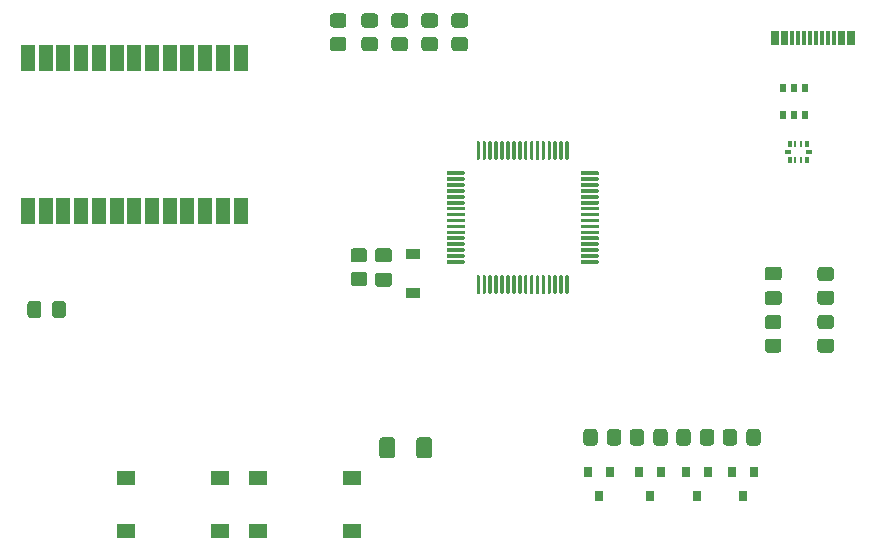
<source format=gbr>
G04 #@! TF.GenerationSoftware,KiCad,Pcbnew,5.1.8*
G04 #@! TF.CreationDate,2020-11-19T15:54:23+08:00*
G04 #@! TF.ProjectId,Main,4d61696e-2e6b-4696-9361-645f70636258,rev?*
G04 #@! TF.SameCoordinates,Original*
G04 #@! TF.FileFunction,Paste,Bot*
G04 #@! TF.FilePolarity,Positive*
%FSLAX46Y46*%
G04 Gerber Fmt 4.6, Leading zero omitted, Abs format (unit mm)*
G04 Created by KiCad (PCBNEW 5.1.8) date 2020-11-19 15:54:23*
%MOMM*%
%LPD*%
G01*
G04 APERTURE LIST*
%ADD10R,1.200000X0.900000*%
%ADD11R,0.630000X0.350000*%
%ADD12R,0.250000X0.575000*%
%ADD13R,0.300000X0.575000*%
%ADD14R,0.510000X0.700000*%
%ADD15R,1.200000X2.200000*%
%ADD16R,1.550000X1.300000*%
%ADD17R,0.800000X0.900000*%
%ADD18R,0.300000X1.150000*%
G04 APERTURE END LIST*
G04 #@! TO.C,U2*
G36*
G01*
X185457000Y-98640500D02*
X185457000Y-97240500D01*
G75*
G02*
X185532000Y-97165500I75000J0D01*
G01*
X185682000Y-97165500D01*
G75*
G02*
X185757000Y-97240500I0J-75000D01*
G01*
X185757000Y-98640500D01*
G75*
G02*
X185682000Y-98715500I-75000J0D01*
G01*
X185532000Y-98715500D01*
G75*
G02*
X185457000Y-98640500I0J75000D01*
G01*
G37*
G36*
G01*
X185957000Y-98640500D02*
X185957000Y-97240500D01*
G75*
G02*
X186032000Y-97165500I75000J0D01*
G01*
X186182000Y-97165500D01*
G75*
G02*
X186257000Y-97240500I0J-75000D01*
G01*
X186257000Y-98640500D01*
G75*
G02*
X186182000Y-98715500I-75000J0D01*
G01*
X186032000Y-98715500D01*
G75*
G02*
X185957000Y-98640500I0J75000D01*
G01*
G37*
G36*
G01*
X186457000Y-98640500D02*
X186457000Y-97240500D01*
G75*
G02*
X186532000Y-97165500I75000J0D01*
G01*
X186682000Y-97165500D01*
G75*
G02*
X186757000Y-97240500I0J-75000D01*
G01*
X186757000Y-98640500D01*
G75*
G02*
X186682000Y-98715500I-75000J0D01*
G01*
X186532000Y-98715500D01*
G75*
G02*
X186457000Y-98640500I0J75000D01*
G01*
G37*
G36*
G01*
X186957000Y-98640500D02*
X186957000Y-97240500D01*
G75*
G02*
X187032000Y-97165500I75000J0D01*
G01*
X187182000Y-97165500D01*
G75*
G02*
X187257000Y-97240500I0J-75000D01*
G01*
X187257000Y-98640500D01*
G75*
G02*
X187182000Y-98715500I-75000J0D01*
G01*
X187032000Y-98715500D01*
G75*
G02*
X186957000Y-98640500I0J75000D01*
G01*
G37*
G36*
G01*
X187457000Y-98640500D02*
X187457000Y-97240500D01*
G75*
G02*
X187532000Y-97165500I75000J0D01*
G01*
X187682000Y-97165500D01*
G75*
G02*
X187757000Y-97240500I0J-75000D01*
G01*
X187757000Y-98640500D01*
G75*
G02*
X187682000Y-98715500I-75000J0D01*
G01*
X187532000Y-98715500D01*
G75*
G02*
X187457000Y-98640500I0J75000D01*
G01*
G37*
G36*
G01*
X187957000Y-98640500D02*
X187957000Y-97240500D01*
G75*
G02*
X188032000Y-97165500I75000J0D01*
G01*
X188182000Y-97165500D01*
G75*
G02*
X188257000Y-97240500I0J-75000D01*
G01*
X188257000Y-98640500D01*
G75*
G02*
X188182000Y-98715500I-75000J0D01*
G01*
X188032000Y-98715500D01*
G75*
G02*
X187957000Y-98640500I0J75000D01*
G01*
G37*
G36*
G01*
X188457000Y-98640500D02*
X188457000Y-97240500D01*
G75*
G02*
X188532000Y-97165500I75000J0D01*
G01*
X188682000Y-97165500D01*
G75*
G02*
X188757000Y-97240500I0J-75000D01*
G01*
X188757000Y-98640500D01*
G75*
G02*
X188682000Y-98715500I-75000J0D01*
G01*
X188532000Y-98715500D01*
G75*
G02*
X188457000Y-98640500I0J75000D01*
G01*
G37*
G36*
G01*
X188957000Y-98640500D02*
X188957000Y-97240500D01*
G75*
G02*
X189032000Y-97165500I75000J0D01*
G01*
X189182000Y-97165500D01*
G75*
G02*
X189257000Y-97240500I0J-75000D01*
G01*
X189257000Y-98640500D01*
G75*
G02*
X189182000Y-98715500I-75000J0D01*
G01*
X189032000Y-98715500D01*
G75*
G02*
X188957000Y-98640500I0J75000D01*
G01*
G37*
G36*
G01*
X189457000Y-98640500D02*
X189457000Y-97240500D01*
G75*
G02*
X189532000Y-97165500I75000J0D01*
G01*
X189682000Y-97165500D01*
G75*
G02*
X189757000Y-97240500I0J-75000D01*
G01*
X189757000Y-98640500D01*
G75*
G02*
X189682000Y-98715500I-75000J0D01*
G01*
X189532000Y-98715500D01*
G75*
G02*
X189457000Y-98640500I0J75000D01*
G01*
G37*
G36*
G01*
X189957000Y-98640500D02*
X189957000Y-97240500D01*
G75*
G02*
X190032000Y-97165500I75000J0D01*
G01*
X190182000Y-97165500D01*
G75*
G02*
X190257000Y-97240500I0J-75000D01*
G01*
X190257000Y-98640500D01*
G75*
G02*
X190182000Y-98715500I-75000J0D01*
G01*
X190032000Y-98715500D01*
G75*
G02*
X189957000Y-98640500I0J75000D01*
G01*
G37*
G36*
G01*
X190457000Y-98640500D02*
X190457000Y-97240500D01*
G75*
G02*
X190532000Y-97165500I75000J0D01*
G01*
X190682000Y-97165500D01*
G75*
G02*
X190757000Y-97240500I0J-75000D01*
G01*
X190757000Y-98640500D01*
G75*
G02*
X190682000Y-98715500I-75000J0D01*
G01*
X190532000Y-98715500D01*
G75*
G02*
X190457000Y-98640500I0J75000D01*
G01*
G37*
G36*
G01*
X190957000Y-98640500D02*
X190957000Y-97240500D01*
G75*
G02*
X191032000Y-97165500I75000J0D01*
G01*
X191182000Y-97165500D01*
G75*
G02*
X191257000Y-97240500I0J-75000D01*
G01*
X191257000Y-98640500D01*
G75*
G02*
X191182000Y-98715500I-75000J0D01*
G01*
X191032000Y-98715500D01*
G75*
G02*
X190957000Y-98640500I0J75000D01*
G01*
G37*
G36*
G01*
X191457000Y-98640500D02*
X191457000Y-97240500D01*
G75*
G02*
X191532000Y-97165500I75000J0D01*
G01*
X191682000Y-97165500D01*
G75*
G02*
X191757000Y-97240500I0J-75000D01*
G01*
X191757000Y-98640500D01*
G75*
G02*
X191682000Y-98715500I-75000J0D01*
G01*
X191532000Y-98715500D01*
G75*
G02*
X191457000Y-98640500I0J75000D01*
G01*
G37*
G36*
G01*
X191957000Y-98640500D02*
X191957000Y-97240500D01*
G75*
G02*
X192032000Y-97165500I75000J0D01*
G01*
X192182000Y-97165500D01*
G75*
G02*
X192257000Y-97240500I0J-75000D01*
G01*
X192257000Y-98640500D01*
G75*
G02*
X192182000Y-98715500I-75000J0D01*
G01*
X192032000Y-98715500D01*
G75*
G02*
X191957000Y-98640500I0J75000D01*
G01*
G37*
G36*
G01*
X192457000Y-98640500D02*
X192457000Y-97240500D01*
G75*
G02*
X192532000Y-97165500I75000J0D01*
G01*
X192682000Y-97165500D01*
G75*
G02*
X192757000Y-97240500I0J-75000D01*
G01*
X192757000Y-98640500D01*
G75*
G02*
X192682000Y-98715500I-75000J0D01*
G01*
X192532000Y-98715500D01*
G75*
G02*
X192457000Y-98640500I0J75000D01*
G01*
G37*
G36*
G01*
X192957000Y-98640500D02*
X192957000Y-97240500D01*
G75*
G02*
X193032000Y-97165500I75000J0D01*
G01*
X193182000Y-97165500D01*
G75*
G02*
X193257000Y-97240500I0J-75000D01*
G01*
X193257000Y-98640500D01*
G75*
G02*
X193182000Y-98715500I-75000J0D01*
G01*
X193032000Y-98715500D01*
G75*
G02*
X192957000Y-98640500I0J75000D01*
G01*
G37*
G36*
G01*
X194257000Y-96090500D02*
X194257000Y-95940500D01*
G75*
G02*
X194332000Y-95865500I75000J0D01*
G01*
X195732000Y-95865500D01*
G75*
G02*
X195807000Y-95940500I0J-75000D01*
G01*
X195807000Y-96090500D01*
G75*
G02*
X195732000Y-96165500I-75000J0D01*
G01*
X194332000Y-96165500D01*
G75*
G02*
X194257000Y-96090500I0J75000D01*
G01*
G37*
G36*
G01*
X194257000Y-95590500D02*
X194257000Y-95440500D01*
G75*
G02*
X194332000Y-95365500I75000J0D01*
G01*
X195732000Y-95365500D01*
G75*
G02*
X195807000Y-95440500I0J-75000D01*
G01*
X195807000Y-95590500D01*
G75*
G02*
X195732000Y-95665500I-75000J0D01*
G01*
X194332000Y-95665500D01*
G75*
G02*
X194257000Y-95590500I0J75000D01*
G01*
G37*
G36*
G01*
X194257000Y-95090500D02*
X194257000Y-94940500D01*
G75*
G02*
X194332000Y-94865500I75000J0D01*
G01*
X195732000Y-94865500D01*
G75*
G02*
X195807000Y-94940500I0J-75000D01*
G01*
X195807000Y-95090500D01*
G75*
G02*
X195732000Y-95165500I-75000J0D01*
G01*
X194332000Y-95165500D01*
G75*
G02*
X194257000Y-95090500I0J75000D01*
G01*
G37*
G36*
G01*
X194257000Y-94590500D02*
X194257000Y-94440500D01*
G75*
G02*
X194332000Y-94365500I75000J0D01*
G01*
X195732000Y-94365500D01*
G75*
G02*
X195807000Y-94440500I0J-75000D01*
G01*
X195807000Y-94590500D01*
G75*
G02*
X195732000Y-94665500I-75000J0D01*
G01*
X194332000Y-94665500D01*
G75*
G02*
X194257000Y-94590500I0J75000D01*
G01*
G37*
G36*
G01*
X194257000Y-94090500D02*
X194257000Y-93940500D01*
G75*
G02*
X194332000Y-93865500I75000J0D01*
G01*
X195732000Y-93865500D01*
G75*
G02*
X195807000Y-93940500I0J-75000D01*
G01*
X195807000Y-94090500D01*
G75*
G02*
X195732000Y-94165500I-75000J0D01*
G01*
X194332000Y-94165500D01*
G75*
G02*
X194257000Y-94090500I0J75000D01*
G01*
G37*
G36*
G01*
X194257000Y-93590500D02*
X194257000Y-93440500D01*
G75*
G02*
X194332000Y-93365500I75000J0D01*
G01*
X195732000Y-93365500D01*
G75*
G02*
X195807000Y-93440500I0J-75000D01*
G01*
X195807000Y-93590500D01*
G75*
G02*
X195732000Y-93665500I-75000J0D01*
G01*
X194332000Y-93665500D01*
G75*
G02*
X194257000Y-93590500I0J75000D01*
G01*
G37*
G36*
G01*
X194257000Y-93090500D02*
X194257000Y-92940500D01*
G75*
G02*
X194332000Y-92865500I75000J0D01*
G01*
X195732000Y-92865500D01*
G75*
G02*
X195807000Y-92940500I0J-75000D01*
G01*
X195807000Y-93090500D01*
G75*
G02*
X195732000Y-93165500I-75000J0D01*
G01*
X194332000Y-93165500D01*
G75*
G02*
X194257000Y-93090500I0J75000D01*
G01*
G37*
G36*
G01*
X194257000Y-92590500D02*
X194257000Y-92440500D01*
G75*
G02*
X194332000Y-92365500I75000J0D01*
G01*
X195732000Y-92365500D01*
G75*
G02*
X195807000Y-92440500I0J-75000D01*
G01*
X195807000Y-92590500D01*
G75*
G02*
X195732000Y-92665500I-75000J0D01*
G01*
X194332000Y-92665500D01*
G75*
G02*
X194257000Y-92590500I0J75000D01*
G01*
G37*
G36*
G01*
X194257000Y-92090500D02*
X194257000Y-91940500D01*
G75*
G02*
X194332000Y-91865500I75000J0D01*
G01*
X195732000Y-91865500D01*
G75*
G02*
X195807000Y-91940500I0J-75000D01*
G01*
X195807000Y-92090500D01*
G75*
G02*
X195732000Y-92165500I-75000J0D01*
G01*
X194332000Y-92165500D01*
G75*
G02*
X194257000Y-92090500I0J75000D01*
G01*
G37*
G36*
G01*
X194257000Y-91590500D02*
X194257000Y-91440500D01*
G75*
G02*
X194332000Y-91365500I75000J0D01*
G01*
X195732000Y-91365500D01*
G75*
G02*
X195807000Y-91440500I0J-75000D01*
G01*
X195807000Y-91590500D01*
G75*
G02*
X195732000Y-91665500I-75000J0D01*
G01*
X194332000Y-91665500D01*
G75*
G02*
X194257000Y-91590500I0J75000D01*
G01*
G37*
G36*
G01*
X194257000Y-91090500D02*
X194257000Y-90940500D01*
G75*
G02*
X194332000Y-90865500I75000J0D01*
G01*
X195732000Y-90865500D01*
G75*
G02*
X195807000Y-90940500I0J-75000D01*
G01*
X195807000Y-91090500D01*
G75*
G02*
X195732000Y-91165500I-75000J0D01*
G01*
X194332000Y-91165500D01*
G75*
G02*
X194257000Y-91090500I0J75000D01*
G01*
G37*
G36*
G01*
X194257000Y-90590500D02*
X194257000Y-90440500D01*
G75*
G02*
X194332000Y-90365500I75000J0D01*
G01*
X195732000Y-90365500D01*
G75*
G02*
X195807000Y-90440500I0J-75000D01*
G01*
X195807000Y-90590500D01*
G75*
G02*
X195732000Y-90665500I-75000J0D01*
G01*
X194332000Y-90665500D01*
G75*
G02*
X194257000Y-90590500I0J75000D01*
G01*
G37*
G36*
G01*
X194257000Y-90090500D02*
X194257000Y-89940500D01*
G75*
G02*
X194332000Y-89865500I75000J0D01*
G01*
X195732000Y-89865500D01*
G75*
G02*
X195807000Y-89940500I0J-75000D01*
G01*
X195807000Y-90090500D01*
G75*
G02*
X195732000Y-90165500I-75000J0D01*
G01*
X194332000Y-90165500D01*
G75*
G02*
X194257000Y-90090500I0J75000D01*
G01*
G37*
G36*
G01*
X194257000Y-89590500D02*
X194257000Y-89440500D01*
G75*
G02*
X194332000Y-89365500I75000J0D01*
G01*
X195732000Y-89365500D01*
G75*
G02*
X195807000Y-89440500I0J-75000D01*
G01*
X195807000Y-89590500D01*
G75*
G02*
X195732000Y-89665500I-75000J0D01*
G01*
X194332000Y-89665500D01*
G75*
G02*
X194257000Y-89590500I0J75000D01*
G01*
G37*
G36*
G01*
X194257000Y-89090500D02*
X194257000Y-88940500D01*
G75*
G02*
X194332000Y-88865500I75000J0D01*
G01*
X195732000Y-88865500D01*
G75*
G02*
X195807000Y-88940500I0J-75000D01*
G01*
X195807000Y-89090500D01*
G75*
G02*
X195732000Y-89165500I-75000J0D01*
G01*
X194332000Y-89165500D01*
G75*
G02*
X194257000Y-89090500I0J75000D01*
G01*
G37*
G36*
G01*
X194257000Y-88590500D02*
X194257000Y-88440500D01*
G75*
G02*
X194332000Y-88365500I75000J0D01*
G01*
X195732000Y-88365500D01*
G75*
G02*
X195807000Y-88440500I0J-75000D01*
G01*
X195807000Y-88590500D01*
G75*
G02*
X195732000Y-88665500I-75000J0D01*
G01*
X194332000Y-88665500D01*
G75*
G02*
X194257000Y-88590500I0J75000D01*
G01*
G37*
G36*
G01*
X192957000Y-87290500D02*
X192957000Y-85890500D01*
G75*
G02*
X193032000Y-85815500I75000J0D01*
G01*
X193182000Y-85815500D01*
G75*
G02*
X193257000Y-85890500I0J-75000D01*
G01*
X193257000Y-87290500D01*
G75*
G02*
X193182000Y-87365500I-75000J0D01*
G01*
X193032000Y-87365500D01*
G75*
G02*
X192957000Y-87290500I0J75000D01*
G01*
G37*
G36*
G01*
X192457000Y-87290500D02*
X192457000Y-85890500D01*
G75*
G02*
X192532000Y-85815500I75000J0D01*
G01*
X192682000Y-85815500D01*
G75*
G02*
X192757000Y-85890500I0J-75000D01*
G01*
X192757000Y-87290500D01*
G75*
G02*
X192682000Y-87365500I-75000J0D01*
G01*
X192532000Y-87365500D01*
G75*
G02*
X192457000Y-87290500I0J75000D01*
G01*
G37*
G36*
G01*
X191957000Y-87290500D02*
X191957000Y-85890500D01*
G75*
G02*
X192032000Y-85815500I75000J0D01*
G01*
X192182000Y-85815500D01*
G75*
G02*
X192257000Y-85890500I0J-75000D01*
G01*
X192257000Y-87290500D01*
G75*
G02*
X192182000Y-87365500I-75000J0D01*
G01*
X192032000Y-87365500D01*
G75*
G02*
X191957000Y-87290500I0J75000D01*
G01*
G37*
G36*
G01*
X191457000Y-87290500D02*
X191457000Y-85890500D01*
G75*
G02*
X191532000Y-85815500I75000J0D01*
G01*
X191682000Y-85815500D01*
G75*
G02*
X191757000Y-85890500I0J-75000D01*
G01*
X191757000Y-87290500D01*
G75*
G02*
X191682000Y-87365500I-75000J0D01*
G01*
X191532000Y-87365500D01*
G75*
G02*
X191457000Y-87290500I0J75000D01*
G01*
G37*
G36*
G01*
X190957000Y-87290500D02*
X190957000Y-85890500D01*
G75*
G02*
X191032000Y-85815500I75000J0D01*
G01*
X191182000Y-85815500D01*
G75*
G02*
X191257000Y-85890500I0J-75000D01*
G01*
X191257000Y-87290500D01*
G75*
G02*
X191182000Y-87365500I-75000J0D01*
G01*
X191032000Y-87365500D01*
G75*
G02*
X190957000Y-87290500I0J75000D01*
G01*
G37*
G36*
G01*
X190457000Y-87290500D02*
X190457000Y-85890500D01*
G75*
G02*
X190532000Y-85815500I75000J0D01*
G01*
X190682000Y-85815500D01*
G75*
G02*
X190757000Y-85890500I0J-75000D01*
G01*
X190757000Y-87290500D01*
G75*
G02*
X190682000Y-87365500I-75000J0D01*
G01*
X190532000Y-87365500D01*
G75*
G02*
X190457000Y-87290500I0J75000D01*
G01*
G37*
G36*
G01*
X189957000Y-87290500D02*
X189957000Y-85890500D01*
G75*
G02*
X190032000Y-85815500I75000J0D01*
G01*
X190182000Y-85815500D01*
G75*
G02*
X190257000Y-85890500I0J-75000D01*
G01*
X190257000Y-87290500D01*
G75*
G02*
X190182000Y-87365500I-75000J0D01*
G01*
X190032000Y-87365500D01*
G75*
G02*
X189957000Y-87290500I0J75000D01*
G01*
G37*
G36*
G01*
X189457000Y-87290500D02*
X189457000Y-85890500D01*
G75*
G02*
X189532000Y-85815500I75000J0D01*
G01*
X189682000Y-85815500D01*
G75*
G02*
X189757000Y-85890500I0J-75000D01*
G01*
X189757000Y-87290500D01*
G75*
G02*
X189682000Y-87365500I-75000J0D01*
G01*
X189532000Y-87365500D01*
G75*
G02*
X189457000Y-87290500I0J75000D01*
G01*
G37*
G36*
G01*
X188957000Y-87290500D02*
X188957000Y-85890500D01*
G75*
G02*
X189032000Y-85815500I75000J0D01*
G01*
X189182000Y-85815500D01*
G75*
G02*
X189257000Y-85890500I0J-75000D01*
G01*
X189257000Y-87290500D01*
G75*
G02*
X189182000Y-87365500I-75000J0D01*
G01*
X189032000Y-87365500D01*
G75*
G02*
X188957000Y-87290500I0J75000D01*
G01*
G37*
G36*
G01*
X188457000Y-87290500D02*
X188457000Y-85890500D01*
G75*
G02*
X188532000Y-85815500I75000J0D01*
G01*
X188682000Y-85815500D01*
G75*
G02*
X188757000Y-85890500I0J-75000D01*
G01*
X188757000Y-87290500D01*
G75*
G02*
X188682000Y-87365500I-75000J0D01*
G01*
X188532000Y-87365500D01*
G75*
G02*
X188457000Y-87290500I0J75000D01*
G01*
G37*
G36*
G01*
X187957000Y-87290500D02*
X187957000Y-85890500D01*
G75*
G02*
X188032000Y-85815500I75000J0D01*
G01*
X188182000Y-85815500D01*
G75*
G02*
X188257000Y-85890500I0J-75000D01*
G01*
X188257000Y-87290500D01*
G75*
G02*
X188182000Y-87365500I-75000J0D01*
G01*
X188032000Y-87365500D01*
G75*
G02*
X187957000Y-87290500I0J75000D01*
G01*
G37*
G36*
G01*
X187457000Y-87290500D02*
X187457000Y-85890500D01*
G75*
G02*
X187532000Y-85815500I75000J0D01*
G01*
X187682000Y-85815500D01*
G75*
G02*
X187757000Y-85890500I0J-75000D01*
G01*
X187757000Y-87290500D01*
G75*
G02*
X187682000Y-87365500I-75000J0D01*
G01*
X187532000Y-87365500D01*
G75*
G02*
X187457000Y-87290500I0J75000D01*
G01*
G37*
G36*
G01*
X186957000Y-87290500D02*
X186957000Y-85890500D01*
G75*
G02*
X187032000Y-85815500I75000J0D01*
G01*
X187182000Y-85815500D01*
G75*
G02*
X187257000Y-85890500I0J-75000D01*
G01*
X187257000Y-87290500D01*
G75*
G02*
X187182000Y-87365500I-75000J0D01*
G01*
X187032000Y-87365500D01*
G75*
G02*
X186957000Y-87290500I0J75000D01*
G01*
G37*
G36*
G01*
X186457000Y-87290500D02*
X186457000Y-85890500D01*
G75*
G02*
X186532000Y-85815500I75000J0D01*
G01*
X186682000Y-85815500D01*
G75*
G02*
X186757000Y-85890500I0J-75000D01*
G01*
X186757000Y-87290500D01*
G75*
G02*
X186682000Y-87365500I-75000J0D01*
G01*
X186532000Y-87365500D01*
G75*
G02*
X186457000Y-87290500I0J75000D01*
G01*
G37*
G36*
G01*
X185957000Y-87290500D02*
X185957000Y-85890500D01*
G75*
G02*
X186032000Y-85815500I75000J0D01*
G01*
X186182000Y-85815500D01*
G75*
G02*
X186257000Y-85890500I0J-75000D01*
G01*
X186257000Y-87290500D01*
G75*
G02*
X186182000Y-87365500I-75000J0D01*
G01*
X186032000Y-87365500D01*
G75*
G02*
X185957000Y-87290500I0J75000D01*
G01*
G37*
G36*
G01*
X185457000Y-87290500D02*
X185457000Y-85890500D01*
G75*
G02*
X185532000Y-85815500I75000J0D01*
G01*
X185682000Y-85815500D01*
G75*
G02*
X185757000Y-85890500I0J-75000D01*
G01*
X185757000Y-87290500D01*
G75*
G02*
X185682000Y-87365500I-75000J0D01*
G01*
X185532000Y-87365500D01*
G75*
G02*
X185457000Y-87290500I0J75000D01*
G01*
G37*
G36*
G01*
X182907000Y-88590500D02*
X182907000Y-88440500D01*
G75*
G02*
X182982000Y-88365500I75000J0D01*
G01*
X184382000Y-88365500D01*
G75*
G02*
X184457000Y-88440500I0J-75000D01*
G01*
X184457000Y-88590500D01*
G75*
G02*
X184382000Y-88665500I-75000J0D01*
G01*
X182982000Y-88665500D01*
G75*
G02*
X182907000Y-88590500I0J75000D01*
G01*
G37*
G36*
G01*
X182907000Y-89090500D02*
X182907000Y-88940500D01*
G75*
G02*
X182982000Y-88865500I75000J0D01*
G01*
X184382000Y-88865500D01*
G75*
G02*
X184457000Y-88940500I0J-75000D01*
G01*
X184457000Y-89090500D01*
G75*
G02*
X184382000Y-89165500I-75000J0D01*
G01*
X182982000Y-89165500D01*
G75*
G02*
X182907000Y-89090500I0J75000D01*
G01*
G37*
G36*
G01*
X182907000Y-89590500D02*
X182907000Y-89440500D01*
G75*
G02*
X182982000Y-89365500I75000J0D01*
G01*
X184382000Y-89365500D01*
G75*
G02*
X184457000Y-89440500I0J-75000D01*
G01*
X184457000Y-89590500D01*
G75*
G02*
X184382000Y-89665500I-75000J0D01*
G01*
X182982000Y-89665500D01*
G75*
G02*
X182907000Y-89590500I0J75000D01*
G01*
G37*
G36*
G01*
X182907000Y-90090500D02*
X182907000Y-89940500D01*
G75*
G02*
X182982000Y-89865500I75000J0D01*
G01*
X184382000Y-89865500D01*
G75*
G02*
X184457000Y-89940500I0J-75000D01*
G01*
X184457000Y-90090500D01*
G75*
G02*
X184382000Y-90165500I-75000J0D01*
G01*
X182982000Y-90165500D01*
G75*
G02*
X182907000Y-90090500I0J75000D01*
G01*
G37*
G36*
G01*
X182907000Y-90590500D02*
X182907000Y-90440500D01*
G75*
G02*
X182982000Y-90365500I75000J0D01*
G01*
X184382000Y-90365500D01*
G75*
G02*
X184457000Y-90440500I0J-75000D01*
G01*
X184457000Y-90590500D01*
G75*
G02*
X184382000Y-90665500I-75000J0D01*
G01*
X182982000Y-90665500D01*
G75*
G02*
X182907000Y-90590500I0J75000D01*
G01*
G37*
G36*
G01*
X182907000Y-91090500D02*
X182907000Y-90940500D01*
G75*
G02*
X182982000Y-90865500I75000J0D01*
G01*
X184382000Y-90865500D01*
G75*
G02*
X184457000Y-90940500I0J-75000D01*
G01*
X184457000Y-91090500D01*
G75*
G02*
X184382000Y-91165500I-75000J0D01*
G01*
X182982000Y-91165500D01*
G75*
G02*
X182907000Y-91090500I0J75000D01*
G01*
G37*
G36*
G01*
X182907000Y-91590500D02*
X182907000Y-91440500D01*
G75*
G02*
X182982000Y-91365500I75000J0D01*
G01*
X184382000Y-91365500D01*
G75*
G02*
X184457000Y-91440500I0J-75000D01*
G01*
X184457000Y-91590500D01*
G75*
G02*
X184382000Y-91665500I-75000J0D01*
G01*
X182982000Y-91665500D01*
G75*
G02*
X182907000Y-91590500I0J75000D01*
G01*
G37*
G36*
G01*
X182907000Y-92090500D02*
X182907000Y-91940500D01*
G75*
G02*
X182982000Y-91865500I75000J0D01*
G01*
X184382000Y-91865500D01*
G75*
G02*
X184457000Y-91940500I0J-75000D01*
G01*
X184457000Y-92090500D01*
G75*
G02*
X184382000Y-92165500I-75000J0D01*
G01*
X182982000Y-92165500D01*
G75*
G02*
X182907000Y-92090500I0J75000D01*
G01*
G37*
G36*
G01*
X182907000Y-92590500D02*
X182907000Y-92440500D01*
G75*
G02*
X182982000Y-92365500I75000J0D01*
G01*
X184382000Y-92365500D01*
G75*
G02*
X184457000Y-92440500I0J-75000D01*
G01*
X184457000Y-92590500D01*
G75*
G02*
X184382000Y-92665500I-75000J0D01*
G01*
X182982000Y-92665500D01*
G75*
G02*
X182907000Y-92590500I0J75000D01*
G01*
G37*
G36*
G01*
X182907000Y-93090500D02*
X182907000Y-92940500D01*
G75*
G02*
X182982000Y-92865500I75000J0D01*
G01*
X184382000Y-92865500D01*
G75*
G02*
X184457000Y-92940500I0J-75000D01*
G01*
X184457000Y-93090500D01*
G75*
G02*
X184382000Y-93165500I-75000J0D01*
G01*
X182982000Y-93165500D01*
G75*
G02*
X182907000Y-93090500I0J75000D01*
G01*
G37*
G36*
G01*
X182907000Y-93590500D02*
X182907000Y-93440500D01*
G75*
G02*
X182982000Y-93365500I75000J0D01*
G01*
X184382000Y-93365500D01*
G75*
G02*
X184457000Y-93440500I0J-75000D01*
G01*
X184457000Y-93590500D01*
G75*
G02*
X184382000Y-93665500I-75000J0D01*
G01*
X182982000Y-93665500D01*
G75*
G02*
X182907000Y-93590500I0J75000D01*
G01*
G37*
G36*
G01*
X182907000Y-94090500D02*
X182907000Y-93940500D01*
G75*
G02*
X182982000Y-93865500I75000J0D01*
G01*
X184382000Y-93865500D01*
G75*
G02*
X184457000Y-93940500I0J-75000D01*
G01*
X184457000Y-94090500D01*
G75*
G02*
X184382000Y-94165500I-75000J0D01*
G01*
X182982000Y-94165500D01*
G75*
G02*
X182907000Y-94090500I0J75000D01*
G01*
G37*
G36*
G01*
X182907000Y-94590500D02*
X182907000Y-94440500D01*
G75*
G02*
X182982000Y-94365500I75000J0D01*
G01*
X184382000Y-94365500D01*
G75*
G02*
X184457000Y-94440500I0J-75000D01*
G01*
X184457000Y-94590500D01*
G75*
G02*
X184382000Y-94665500I-75000J0D01*
G01*
X182982000Y-94665500D01*
G75*
G02*
X182907000Y-94590500I0J75000D01*
G01*
G37*
G36*
G01*
X182907000Y-95090500D02*
X182907000Y-94940500D01*
G75*
G02*
X182982000Y-94865500I75000J0D01*
G01*
X184382000Y-94865500D01*
G75*
G02*
X184457000Y-94940500I0J-75000D01*
G01*
X184457000Y-95090500D01*
G75*
G02*
X184382000Y-95165500I-75000J0D01*
G01*
X182982000Y-95165500D01*
G75*
G02*
X182907000Y-95090500I0J75000D01*
G01*
G37*
G36*
G01*
X182907000Y-95590500D02*
X182907000Y-95440500D01*
G75*
G02*
X182982000Y-95365500I75000J0D01*
G01*
X184382000Y-95365500D01*
G75*
G02*
X184457000Y-95440500I0J-75000D01*
G01*
X184457000Y-95590500D01*
G75*
G02*
X184382000Y-95665500I-75000J0D01*
G01*
X182982000Y-95665500D01*
G75*
G02*
X182907000Y-95590500I0J75000D01*
G01*
G37*
G36*
G01*
X182907000Y-96090500D02*
X182907000Y-95940500D01*
G75*
G02*
X182982000Y-95865500I75000J0D01*
G01*
X184382000Y-95865500D01*
G75*
G02*
X184457000Y-95940500I0J-75000D01*
G01*
X184457000Y-96090500D01*
G75*
G02*
X184382000Y-96165500I-75000J0D01*
G01*
X182982000Y-96165500D01*
G75*
G02*
X182907000Y-96090500I0J75000D01*
G01*
G37*
G04 #@! TD*
G04 #@! TO.C,R39*
G36*
G01*
X196488000Y-111321001D02*
X196488000Y-110420999D01*
G75*
G02*
X196737999Y-110171000I249999J0D01*
G01*
X197438001Y-110171000D01*
G75*
G02*
X197688000Y-110420999I0J-249999D01*
G01*
X197688000Y-111321001D01*
G75*
G02*
X197438001Y-111571000I-249999J0D01*
G01*
X196737999Y-111571000D01*
G75*
G02*
X196488000Y-111321001I0J249999D01*
G01*
G37*
G36*
G01*
X194488000Y-111321001D02*
X194488000Y-110420999D01*
G75*
G02*
X194737999Y-110171000I249999J0D01*
G01*
X195438001Y-110171000D01*
G75*
G02*
X195688000Y-110420999I0J-249999D01*
G01*
X195688000Y-111321001D01*
G75*
G02*
X195438001Y-111571000I-249999J0D01*
G01*
X194737999Y-111571000D01*
G75*
G02*
X194488000Y-111321001I0J249999D01*
G01*
G37*
G04 #@! TD*
G04 #@! TO.C,R38*
G36*
G01*
X200425000Y-111321001D02*
X200425000Y-110420999D01*
G75*
G02*
X200674999Y-110171000I249999J0D01*
G01*
X201375001Y-110171000D01*
G75*
G02*
X201625000Y-110420999I0J-249999D01*
G01*
X201625000Y-111321001D01*
G75*
G02*
X201375001Y-111571000I-249999J0D01*
G01*
X200674999Y-111571000D01*
G75*
G02*
X200425000Y-111321001I0J249999D01*
G01*
G37*
G36*
G01*
X198425000Y-111321001D02*
X198425000Y-110420999D01*
G75*
G02*
X198674999Y-110171000I249999J0D01*
G01*
X199375001Y-110171000D01*
G75*
G02*
X199625000Y-110420999I0J-249999D01*
G01*
X199625000Y-111321001D01*
G75*
G02*
X199375001Y-111571000I-249999J0D01*
G01*
X198674999Y-111571000D01*
G75*
G02*
X198425000Y-111321001I0J249999D01*
G01*
G37*
G04 #@! TD*
G04 #@! TO.C,R37*
G36*
G01*
X204362000Y-111321001D02*
X204362000Y-110420999D01*
G75*
G02*
X204611999Y-110171000I249999J0D01*
G01*
X205312001Y-110171000D01*
G75*
G02*
X205562000Y-110420999I0J-249999D01*
G01*
X205562000Y-111321001D01*
G75*
G02*
X205312001Y-111571000I-249999J0D01*
G01*
X204611999Y-111571000D01*
G75*
G02*
X204362000Y-111321001I0J249999D01*
G01*
G37*
G36*
G01*
X202362000Y-111321001D02*
X202362000Y-110420999D01*
G75*
G02*
X202611999Y-110171000I249999J0D01*
G01*
X203312001Y-110171000D01*
G75*
G02*
X203562000Y-110420999I0J-249999D01*
G01*
X203562000Y-111321001D01*
G75*
G02*
X203312001Y-111571000I-249999J0D01*
G01*
X202611999Y-111571000D01*
G75*
G02*
X202362000Y-111321001I0J249999D01*
G01*
G37*
G04 #@! TD*
G04 #@! TO.C,R36*
G36*
G01*
X208299000Y-111321001D02*
X208299000Y-110420999D01*
G75*
G02*
X208548999Y-110171000I249999J0D01*
G01*
X209249001Y-110171000D01*
G75*
G02*
X209499000Y-110420999I0J-249999D01*
G01*
X209499000Y-111321001D01*
G75*
G02*
X209249001Y-111571000I-249999J0D01*
G01*
X208548999Y-111571000D01*
G75*
G02*
X208299000Y-111321001I0J249999D01*
G01*
G37*
G36*
G01*
X206299000Y-111321001D02*
X206299000Y-110420999D01*
G75*
G02*
X206548999Y-110171000I249999J0D01*
G01*
X207249001Y-110171000D01*
G75*
G02*
X207499000Y-110420999I0J-249999D01*
G01*
X207499000Y-111321001D01*
G75*
G02*
X207249001Y-111571000I-249999J0D01*
G01*
X206548999Y-111571000D01*
G75*
G02*
X206299000Y-111321001I0J249999D01*
G01*
G37*
G04 #@! TD*
G04 #@! TO.C,R28*
G36*
G01*
X210115999Y-102517000D02*
X211016001Y-102517000D01*
G75*
G02*
X211266000Y-102766999I0J-249999D01*
G01*
X211266000Y-103467001D01*
G75*
G02*
X211016001Y-103717000I-249999J0D01*
G01*
X210115999Y-103717000D01*
G75*
G02*
X209866000Y-103467001I0J249999D01*
G01*
X209866000Y-102766999D01*
G75*
G02*
X210115999Y-102517000I249999J0D01*
G01*
G37*
G36*
G01*
X210115999Y-100517000D02*
X211016001Y-100517000D01*
G75*
G02*
X211266000Y-100766999I0J-249999D01*
G01*
X211266000Y-101467001D01*
G75*
G02*
X211016001Y-101717000I-249999J0D01*
G01*
X210115999Y-101717000D01*
G75*
G02*
X209866000Y-101467001I0J249999D01*
G01*
X209866000Y-100766999D01*
G75*
G02*
X210115999Y-100517000I249999J0D01*
G01*
G37*
G04 #@! TD*
G04 #@! TO.C,R26*
G36*
G01*
X215461001Y-101708000D02*
X214560999Y-101708000D01*
G75*
G02*
X214311000Y-101458001I0J249999D01*
G01*
X214311000Y-100757999D01*
G75*
G02*
X214560999Y-100508000I249999J0D01*
G01*
X215461001Y-100508000D01*
G75*
G02*
X215711000Y-100757999I0J-249999D01*
G01*
X215711000Y-101458001D01*
G75*
G02*
X215461001Y-101708000I-249999J0D01*
G01*
G37*
G36*
G01*
X215461001Y-103708000D02*
X214560999Y-103708000D01*
G75*
G02*
X214311000Y-103458001I0J249999D01*
G01*
X214311000Y-102757999D01*
G75*
G02*
X214560999Y-102508000I249999J0D01*
G01*
X215461001Y-102508000D01*
G75*
G02*
X215711000Y-102757999I0J-249999D01*
G01*
X215711000Y-103458001D01*
G75*
G02*
X215461001Y-103708000I-249999J0D01*
G01*
G37*
G04 #@! TD*
G04 #@! TO.C,R25*
G36*
G01*
X215461001Y-97644000D02*
X214560999Y-97644000D01*
G75*
G02*
X214311000Y-97394001I0J249999D01*
G01*
X214311000Y-96693999D01*
G75*
G02*
X214560999Y-96444000I249999J0D01*
G01*
X215461001Y-96444000D01*
G75*
G02*
X215711000Y-96693999I0J-249999D01*
G01*
X215711000Y-97394001D01*
G75*
G02*
X215461001Y-97644000I-249999J0D01*
G01*
G37*
G36*
G01*
X215461001Y-99644000D02*
X214560999Y-99644000D01*
G75*
G02*
X214311000Y-99394001I0J249999D01*
G01*
X214311000Y-98693999D01*
G75*
G02*
X214560999Y-98444000I249999J0D01*
G01*
X215461001Y-98444000D01*
G75*
G02*
X215711000Y-98693999I0J-249999D01*
G01*
X215711000Y-99394001D01*
G75*
G02*
X215461001Y-99644000I-249999J0D01*
G01*
G37*
G04 #@! TD*
G04 #@! TO.C,R9*
G36*
G01*
X175038599Y-96869200D02*
X175938601Y-96869200D01*
G75*
G02*
X176188600Y-97119199I0J-249999D01*
G01*
X176188600Y-97819201D01*
G75*
G02*
X175938601Y-98069200I-249999J0D01*
G01*
X175038599Y-98069200D01*
G75*
G02*
X174788600Y-97819201I0J249999D01*
G01*
X174788600Y-97119199D01*
G75*
G02*
X175038599Y-96869200I249999J0D01*
G01*
G37*
G36*
G01*
X175038599Y-94869200D02*
X175938601Y-94869200D01*
G75*
G02*
X176188600Y-95119199I0J-249999D01*
G01*
X176188600Y-95819201D01*
G75*
G02*
X175938601Y-96069200I-249999J0D01*
G01*
X175038599Y-96069200D01*
G75*
G02*
X174788600Y-95819201I0J249999D01*
G01*
X174788600Y-95119199D01*
G75*
G02*
X175038599Y-94869200I249999J0D01*
G01*
G37*
G04 #@! TD*
G04 #@! TO.C,R8*
G36*
G01*
X174186001Y-76181000D02*
X173285999Y-76181000D01*
G75*
G02*
X173036000Y-75931001I0J249999D01*
G01*
X173036000Y-75230999D01*
G75*
G02*
X173285999Y-74981000I249999J0D01*
G01*
X174186001Y-74981000D01*
G75*
G02*
X174436000Y-75230999I0J-249999D01*
G01*
X174436000Y-75931001D01*
G75*
G02*
X174186001Y-76181000I-249999J0D01*
G01*
G37*
G36*
G01*
X174186001Y-78181000D02*
X173285999Y-78181000D01*
G75*
G02*
X173036000Y-77931001I0J249999D01*
G01*
X173036000Y-77230999D01*
G75*
G02*
X173285999Y-76981000I249999J0D01*
G01*
X174186001Y-76981000D01*
G75*
G02*
X174436000Y-77230999I0J-249999D01*
G01*
X174436000Y-77931001D01*
G75*
G02*
X174186001Y-78181000I-249999J0D01*
G01*
G37*
G04 #@! TD*
G04 #@! TO.C,R7*
G36*
G01*
X176853001Y-76181000D02*
X175952999Y-76181000D01*
G75*
G02*
X175703000Y-75931001I0J249999D01*
G01*
X175703000Y-75230999D01*
G75*
G02*
X175952999Y-74981000I249999J0D01*
G01*
X176853001Y-74981000D01*
G75*
G02*
X177103000Y-75230999I0J-249999D01*
G01*
X177103000Y-75931001D01*
G75*
G02*
X176853001Y-76181000I-249999J0D01*
G01*
G37*
G36*
G01*
X176853001Y-78181000D02*
X175952999Y-78181000D01*
G75*
G02*
X175703000Y-77931001I0J249999D01*
G01*
X175703000Y-77230999D01*
G75*
G02*
X175952999Y-76981000I249999J0D01*
G01*
X176853001Y-76981000D01*
G75*
G02*
X177103000Y-77230999I0J-249999D01*
G01*
X177103000Y-77931001D01*
G75*
G02*
X176853001Y-78181000I-249999J0D01*
G01*
G37*
G04 #@! TD*
G04 #@! TO.C,R6*
G36*
G01*
X179393001Y-76181000D02*
X178492999Y-76181000D01*
G75*
G02*
X178243000Y-75931001I0J249999D01*
G01*
X178243000Y-75230999D01*
G75*
G02*
X178492999Y-74981000I249999J0D01*
G01*
X179393001Y-74981000D01*
G75*
G02*
X179643000Y-75230999I0J-249999D01*
G01*
X179643000Y-75931001D01*
G75*
G02*
X179393001Y-76181000I-249999J0D01*
G01*
G37*
G36*
G01*
X179393001Y-78181000D02*
X178492999Y-78181000D01*
G75*
G02*
X178243000Y-77931001I0J249999D01*
G01*
X178243000Y-77230999D01*
G75*
G02*
X178492999Y-76981000I249999J0D01*
G01*
X179393001Y-76981000D01*
G75*
G02*
X179643000Y-77230999I0J-249999D01*
G01*
X179643000Y-77931001D01*
G75*
G02*
X179393001Y-78181000I-249999J0D01*
G01*
G37*
G04 #@! TD*
G04 #@! TO.C,R5*
G36*
G01*
X181933001Y-76181000D02*
X181032999Y-76181000D01*
G75*
G02*
X180783000Y-75931001I0J249999D01*
G01*
X180783000Y-75230999D01*
G75*
G02*
X181032999Y-74981000I249999J0D01*
G01*
X181933001Y-74981000D01*
G75*
G02*
X182183000Y-75230999I0J-249999D01*
G01*
X182183000Y-75931001D01*
G75*
G02*
X181933001Y-76181000I-249999J0D01*
G01*
G37*
G36*
G01*
X181933001Y-78181000D02*
X181032999Y-78181000D01*
G75*
G02*
X180783000Y-77931001I0J249999D01*
G01*
X180783000Y-77230999D01*
G75*
G02*
X181032999Y-76981000I249999J0D01*
G01*
X181933001Y-76981000D01*
G75*
G02*
X182183000Y-77230999I0J-249999D01*
G01*
X182183000Y-77931001D01*
G75*
G02*
X181933001Y-78181000I-249999J0D01*
G01*
G37*
G04 #@! TD*
G04 #@! TO.C,R4*
G36*
G01*
X184473001Y-76181000D02*
X183572999Y-76181000D01*
G75*
G02*
X183323000Y-75931001I0J249999D01*
G01*
X183323000Y-75230999D01*
G75*
G02*
X183572999Y-74981000I249999J0D01*
G01*
X184473001Y-74981000D01*
G75*
G02*
X184723000Y-75230999I0J-249999D01*
G01*
X184723000Y-75931001D01*
G75*
G02*
X184473001Y-76181000I-249999J0D01*
G01*
G37*
G36*
G01*
X184473001Y-78181000D02*
X183572999Y-78181000D01*
G75*
G02*
X183323000Y-77931001I0J249999D01*
G01*
X183323000Y-77230999D01*
G75*
G02*
X183572999Y-76981000I249999J0D01*
G01*
X184473001Y-76981000D01*
G75*
G02*
X184723000Y-77230999I0J-249999D01*
G01*
X184723000Y-77931001D01*
G75*
G02*
X184473001Y-78181000I-249999J0D01*
G01*
G37*
G04 #@! TD*
G04 #@! TO.C,C42*
G36*
G01*
X149497200Y-100525600D02*
X149497200Y-99575600D01*
G75*
G02*
X149747200Y-99325600I250000J0D01*
G01*
X150422200Y-99325600D01*
G75*
G02*
X150672200Y-99575600I0J-250000D01*
G01*
X150672200Y-100525600D01*
G75*
G02*
X150422200Y-100775600I-250000J0D01*
G01*
X149747200Y-100775600D01*
G75*
G02*
X149497200Y-100525600I0J250000D01*
G01*
G37*
G36*
G01*
X147422200Y-100525600D02*
X147422200Y-99575600D01*
G75*
G02*
X147672200Y-99325600I250000J0D01*
G01*
X148347200Y-99325600D01*
G75*
G02*
X148597200Y-99575600I0J-250000D01*
G01*
X148597200Y-100525600D01*
G75*
G02*
X148347200Y-100775600I-250000J0D01*
G01*
X147672200Y-100775600D01*
G75*
G02*
X147422200Y-100525600I0J250000D01*
G01*
G37*
G04 #@! TD*
G04 #@! TO.C,C34*
G36*
G01*
X211041000Y-97594000D02*
X210091000Y-97594000D01*
G75*
G02*
X209841000Y-97344000I0J250000D01*
G01*
X209841000Y-96669000D01*
G75*
G02*
X210091000Y-96419000I250000J0D01*
G01*
X211041000Y-96419000D01*
G75*
G02*
X211291000Y-96669000I0J-250000D01*
G01*
X211291000Y-97344000D01*
G75*
G02*
X211041000Y-97594000I-250000J0D01*
G01*
G37*
G36*
G01*
X211041000Y-99669000D02*
X210091000Y-99669000D01*
G75*
G02*
X209841000Y-99419000I0J250000D01*
G01*
X209841000Y-98744000D01*
G75*
G02*
X210091000Y-98494000I250000J0D01*
G01*
X211041000Y-98494000D01*
G75*
G02*
X211291000Y-98744000I0J-250000D01*
G01*
X211291000Y-99419000D01*
G75*
G02*
X211041000Y-99669000I-250000J0D01*
G01*
G37*
G04 #@! TD*
G04 #@! TO.C,C30*
G36*
G01*
X180351000Y-112410003D02*
X180351000Y-111109997D01*
G75*
G02*
X180600997Y-110860000I249997J0D01*
G01*
X181426003Y-110860000D01*
G75*
G02*
X181676000Y-111109997I0J-249997D01*
G01*
X181676000Y-112410003D01*
G75*
G02*
X181426003Y-112660000I-249997J0D01*
G01*
X180600997Y-112660000D01*
G75*
G02*
X180351000Y-112410003I0J249997D01*
G01*
G37*
G36*
G01*
X177226000Y-112410003D02*
X177226000Y-111109997D01*
G75*
G02*
X177475997Y-110860000I249997J0D01*
G01*
X178301003Y-110860000D01*
G75*
G02*
X178551000Y-111109997I0J-249997D01*
G01*
X178551000Y-112410003D01*
G75*
G02*
X178301003Y-112660000I-249997J0D01*
G01*
X177475997Y-112660000D01*
G75*
G02*
X177226000Y-112410003I0J249997D01*
G01*
G37*
G04 #@! TD*
G04 #@! TO.C,C13*
G36*
G01*
X177096400Y-96944600D02*
X178046400Y-96944600D01*
G75*
G02*
X178296400Y-97194600I0J-250000D01*
G01*
X178296400Y-97869600D01*
G75*
G02*
X178046400Y-98119600I-250000J0D01*
G01*
X177096400Y-98119600D01*
G75*
G02*
X176846400Y-97869600I0J250000D01*
G01*
X176846400Y-97194600D01*
G75*
G02*
X177096400Y-96944600I250000J0D01*
G01*
G37*
G36*
G01*
X177096400Y-94869600D02*
X178046400Y-94869600D01*
G75*
G02*
X178296400Y-95119600I0J-250000D01*
G01*
X178296400Y-95794600D01*
G75*
G02*
X178046400Y-96044600I-250000J0D01*
G01*
X177096400Y-96044600D01*
G75*
G02*
X176846400Y-95794600I0J250000D01*
G01*
X176846400Y-95119600D01*
G75*
G02*
X177096400Y-94869600I250000J0D01*
G01*
G37*
G04 #@! TD*
D10*
G04 #@! TO.C,D2*
X180086000Y-98627200D03*
X180086000Y-95327200D03*
G04 #@! TD*
D11*
G04 #@! TO.C,U6*
X211839600Y-86715600D03*
X213559600Y-86715600D03*
D12*
X212949600Y-87353100D03*
X212449600Y-87353100D03*
X212449600Y-86078100D03*
X212949600Y-86078100D03*
D13*
X213449600Y-86078100D03*
X211949600Y-86078100D03*
X211949600Y-87353100D03*
X213449600Y-87353100D03*
G04 #@! TD*
D14*
G04 #@! TO.C,U5*
X211394000Y-83608400D03*
X212344000Y-83608400D03*
X213294000Y-83608400D03*
X213294000Y-81288400D03*
X212344000Y-81288400D03*
X211394000Y-81288400D03*
G04 #@! TD*
D15*
G04 #@! TO.C,U1*
X147464000Y-91717000D03*
X147464000Y-78717000D03*
X148964000Y-91717000D03*
X148964000Y-78717000D03*
X150464000Y-91717000D03*
X150464000Y-78717000D03*
X151964000Y-91717000D03*
X151964000Y-78717000D03*
X153464000Y-91717000D03*
X153464000Y-78717000D03*
X154964000Y-91717000D03*
X154964000Y-78717000D03*
X156464000Y-91717000D03*
X156464000Y-78717000D03*
X157964000Y-91717000D03*
X157964000Y-78717000D03*
X159464000Y-91717000D03*
X159464000Y-78717000D03*
X160964000Y-91717000D03*
X160964000Y-78717000D03*
X162464000Y-91717000D03*
X162464000Y-78717000D03*
X163964000Y-91717000D03*
X163964000Y-78717000D03*
X165464000Y-91717000D03*
X165464000Y-78717000D03*
G04 #@! TD*
D16*
G04 #@! TO.C,SW2*
X163718000Y-114320000D03*
X163718000Y-118820000D03*
X155758000Y-118820000D03*
X155758000Y-114320000D03*
G04 #@! TD*
G04 #@! TO.C,SW1*
X174868000Y-114320000D03*
X174868000Y-118820000D03*
X166908000Y-118820000D03*
X166908000Y-114320000D03*
G04 #@! TD*
D17*
G04 #@! TO.C,Q7*
X194884000Y-113808000D03*
X196784000Y-113808000D03*
X195834000Y-115808000D03*
G04 #@! TD*
G04 #@! TO.C,Q6*
X199202000Y-113808000D03*
X201102000Y-113808000D03*
X200152000Y-115808000D03*
G04 #@! TD*
G04 #@! TO.C,Q5*
X203139000Y-113808000D03*
X205039000Y-113808000D03*
X204089000Y-115808000D03*
G04 #@! TD*
G04 #@! TO.C,Q4*
X207076000Y-113808000D03*
X208976000Y-113808000D03*
X208026000Y-115808000D03*
G04 #@! TD*
D18*
G04 #@! TO.C,P1*
X216981500Y-77076000D03*
X216181500Y-77076000D03*
X215681500Y-77076000D03*
X215181500Y-77076000D03*
X214681500Y-77076000D03*
X214181500Y-77076000D03*
X213681500Y-77076000D03*
X213181500Y-77076000D03*
X212681500Y-77076000D03*
X212181500Y-77076000D03*
X211381500Y-77076000D03*
X210581500Y-77076000D03*
X210881500Y-77076000D03*
X211681500Y-77076000D03*
X216481500Y-77076000D03*
X217281500Y-77076000D03*
G04 #@! TD*
M02*

</source>
